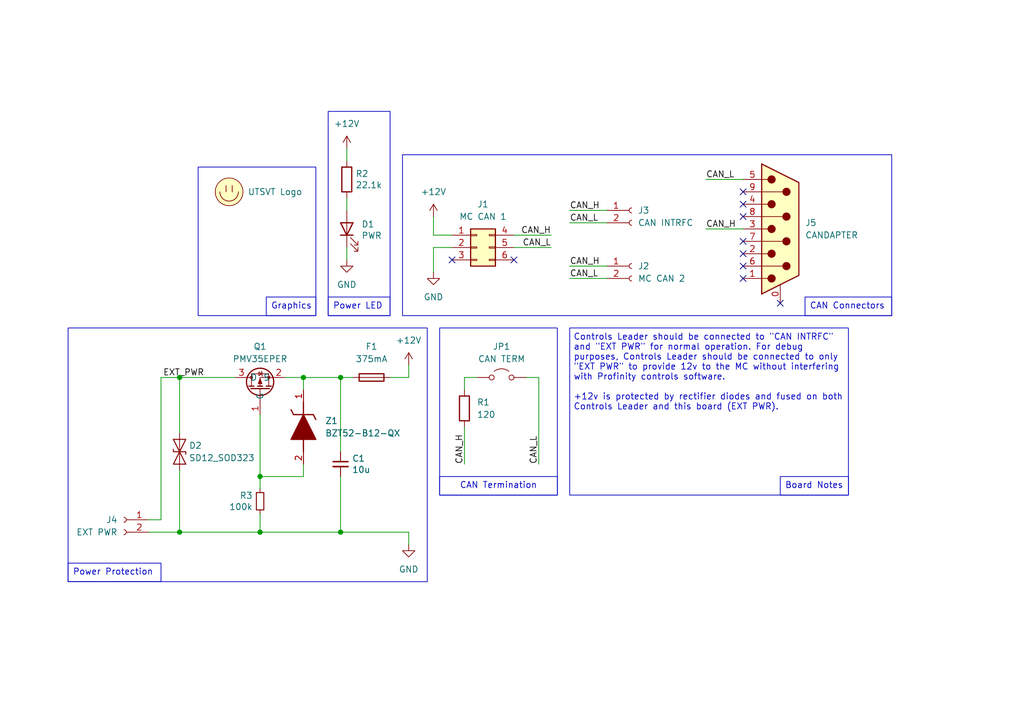
<source format=kicad_sch>
(kicad_sch (version 20231120) (generator "eeschema") (generator_version "8.0")
  (paper "A5")
  (lib_symbols
    (symbol "BZT52-B12-QX:BZT52-B12-QX" (pin_names hide)
      (property "Reference" "Z" (at 10.16 8.89 0))
      (property "Value" "BZT52-B12-QX" (at 10.16 6.35 0))
      (symbol "BZT52-B12-QX_1_1"
        (polyline (pts (xy 2.54 0) (xy 5.08 0)) (stroke (width 0.254)))
        (polyline (pts (xy 4.064 -2.54) (xy 5.08 -2.032)) (stroke (width 0.254)))
        (polyline (pts (xy 5.08 2.032) (xy 5.08 -2.032)) (stroke (width 0.254)))
        (polyline (pts (xy 5.08 2.032) (xy 6.096 2.54)) (stroke (width 0.254)))
        (polyline (pts (xy 12.7 0) (xy 10.16 0)) (stroke (width 0.254)))
        (polyline (pts (xy 5.08 0) (xy 10.16 2.54) (xy 10.16 -2.54) (xy 5.08 0)) (stroke (width 0.254)) (fill (type outline)))
        (pin passive line (at 0 0 0) (length 2.54) (name "K") (number "1"))
        (pin passive line (at 15.24 0 180) (length 2.54) (name "A") (number "2"))
      )
    )
    (symbol "Connector:Conn_01x02_Socket" (pin_names (offset 1.016) hide)
      (property "Reference" "J" (at 0 2.54 0))
      (property "Value" "Conn_01x02_Socket" (at 0 -5.08 0))
      (symbol "Conn_01x02_Socket_1_1"
        (arc (start 0 -2.032) (mid -0.5058 -2.54) (end 0 -3.048) (stroke (width 0.1524)))
        (polyline (pts (xy -1.27 -2.54) (xy -0.508 -2.54)) (stroke (width 0.1524)))
        (polyline (pts (xy -1.27 0) (xy -0.508 0)) (stroke (width 0.1524)))
        (arc (start 0 0.508) (mid -0.5058 0) (end 0 -0.508) (stroke (width 0.1524)))
        (pin passive line (at -5.08 0 0) (length 3.81) (name "Pin_1") (number "1"))
        (pin passive line (at -5.08 -2.54 0) (length 3.81) (name "Pin_2") (number "2"))
      )
    )
    (symbol "Connector:DE9_Plug_MountingHoles" (pin_names (offset 1.016) hide)
      (property "Reference" "J" (at 0 16.51 0))
      (property "Value" "DE9_Plug_MountingHoles" (at 0 14.605 0))
      (symbol "DE9_Plug_MountingHoles_0_1"
        (circle (center -1.778 -10.16) (radius 0.762) (fill (type outline)))
        (circle (center -1.778 -5.08) (radius 0.762) (fill (type outline)))
        (circle (center -1.778 0) (radius 0.762) (fill (type outline)))
        (circle (center -1.778 5.08) (radius 0.762) (fill (type outline)))
        (circle (center -1.778 10.16) (radius 0.762) (fill (type outline)))
        (polyline (pts (xy -3.81 -10.16) (xy -2.54 -10.16)))
        (polyline (pts (xy -3.81 -7.62) (xy 0.508 -7.62)))
        (polyline (pts (xy -3.81 -5.08) (xy -2.54 -5.08)))
        (polyline (pts (xy -3.81 -2.54) (xy 0.508 -2.54)))
        (polyline (pts (xy -3.81 0) (xy -2.54 0)))
        (polyline (pts (xy -3.81 2.54) (xy 0.508 2.54)))
        (polyline (pts (xy -3.81 5.08) (xy -2.54 5.08)))
        (polyline (pts (xy -3.81 7.62) (xy 0.508 7.62)))
        (polyline (pts (xy -3.81 10.16) (xy -2.54 10.16)))
        (polyline (pts (xy -3.81 -13.335) (xy -3.81 13.335) (xy 3.81 9.525) (xy 3.81 -9.525) (xy -3.81 -13.335)) (stroke (width 0.254)) (fill (type background)))
        (circle (center 1.27 -7.62) (radius 0.762) (fill (type outline)))
        (circle (center 1.27 -2.54) (radius 0.762) (fill (type outline)))
        (circle (center 1.27 2.54) (radius 0.762) (fill (type outline)))
        (circle (center 1.27 7.62) (radius 0.762) (fill (type outline)))
      )
      (symbol "DE9_Plug_MountingHoles_1_1"
        (pin passive line (at 0 -15.24 90) (length 3.81) (name "PAD") (number "0"))
        (pin passive line (at -7.62 -10.16 0) (length 3.81) (name "1") (number "1"))
        (pin passive line (at -7.62 -5.08 0) (length 3.81) (name "2") (number "2"))
        (pin passive line (at -7.62 0 0) (length 3.81) (name "3") (number "3"))
        (pin passive line (at -7.62 5.08 0) (length 3.81) (name "4") (number "4"))
        (pin passive line (at -7.62 10.16 0) (length 3.81) (name "5") (number "5"))
        (pin passive line (at -7.62 -7.62 0) (length 3.81) (name "6") (number "6"))
        (pin passive line (at -7.62 -2.54 0) (length 3.81) (name "7") (number "7"))
        (pin passive line (at -7.62 2.54 0) (length 3.81) (name "8") (number "8"))
        (pin passive line (at -7.62 7.62 0) (length 3.81) (name "9") (number "9"))
      )
    )
    (symbol "Connector_Generic:Conn_02x03_Top_Bottom" (pin_names (offset 1.016) hide)
      (property "Reference" "J" (at 1.27 5.08 0))
      (property "Value" "Conn_02x03_Top_Bottom" (at 1.27 -5.08 0))
      (symbol "Conn_02x03_Top_Bottom_1_1"
        (rectangle (start -1.27 -2.413) (end 0 -2.667) (stroke (width 0.1524)))
        (rectangle (start -1.27 0.127) (end 0 -0.127) (stroke (width 0.1524)))
        (rectangle (start -1.27 2.667) (end 0 2.413) (stroke (width 0.1524)))
        (rectangle (start -1.27 3.81) (end 3.81 -3.81) (stroke (width 0.254)) (fill (type background)))
        (rectangle (start 3.81 -2.413) (end 2.54 -2.667) (stroke (width 0.1524)))
        (rectangle (start 3.81 0.127) (end 2.54 -0.127) (stroke (width 0.1524)))
        (rectangle (start 3.81 2.667) (end 2.54 2.413) (stroke (width 0.1524)))
        (pin passive line (at -5.08 2.54 0) (length 3.81) (name "Pin_1") (number "1"))
        (pin passive line (at -5.08 0 0) (length 3.81) (name "Pin_2") (number "2"))
        (pin passive line (at -5.08 -2.54 0) (length 3.81) (name "Pin_3") (number "3"))
        (pin passive line (at 7.62 2.54 180) (length 3.81) (name "Pin_4") (number "4"))
        (pin passive line (at 7.62 0 180) (length 3.81) (name "Pin_5") (number "5"))
        (pin passive line (at 7.62 -2.54 180) (length 3.81) (name "Pin_6") (number "6"))
      )
    )
    (symbol "Device:C_Small" (pin_numbers hide) (pin_names (offset 0.254) hide)
      (property "Reference" "C" (at 0.254 1.778 0))
      (property "Value" "C_Small" (at 0.254 -2.032 0))
      (symbol "C_Small_0_1"
        (polyline (pts (xy -1.524 -0.508) (xy 1.524 -0.508)) (stroke (width 0.3302)))
        (polyline (pts (xy -1.524 0.508) (xy 1.524 0.508)) (stroke (width 0.3048)))
      )
      (symbol "C_Small_1_1"
        (pin passive line (at 0 2.54 270) (length 2.032) (name "~") (number "1"))
        (pin passive line (at 0 -2.54 90) (length 2.032) (name "~") (number "2"))
      )
    )
    (symbol "Device:Fuse" (pin_numbers hide) (pin_names (offset 0))
      (property "Reference" "F" (at 2.032 0 90))
      (property "Value" "Fuse" (at -1.905 0 90))
      (symbol "Fuse_0_1"
        (rectangle (start -0.762 -2.54) (end 0.762 2.54) (stroke (width 0.254)))
        (polyline (pts (xy 0 2.54) (xy 0 -2.54)))
      )
      (symbol "Fuse_1_1"
        (pin passive line (at 0 3.81 270) (length 1.27) (name "~") (number "1"))
        (pin passive line (at 0 -3.81 90) (length 1.27) (name "~") (number "2"))
      )
    )
    (symbol "Device:LED" (pin_numbers hide) (pin_names (offset 1.016) hide)
      (property "Reference" "D" (at 0 2.54 0))
      (property "Value" "LED" (at 0 -2.54 0))
      (symbol "LED_0_1"
        (polyline (pts (xy -1.27 -1.27) (xy -1.27 1.27)) (stroke (width 0.254)))
        (polyline (pts (xy -1.27 0) (xy 1.27 0)))
        (polyline (pts (xy 1.27 -1.27) (xy 1.27 1.27) (xy -1.27 0) (xy 1.27 -1.27)) (stroke (width 0.254)))
        (polyline (pts (xy -3.048 -0.762) (xy -4.572 -2.286) (xy -3.81 -2.286) (xy -4.572 -2.286) (xy -4.572 -1.524)))
        (polyline (pts (xy -1.778 -0.762) (xy -3.302 -2.286) (xy -2.54 -2.286) (xy -3.302 -2.286) (xy -3.302 -1.524)))
      )
      (symbol "LED_1_1"
        (pin passive line (at -3.81 0 0) (length 2.54) (name "K") (number "1"))
        (pin passive line (at 3.81 0 180) (length 2.54) (name "A") (number "2"))
      )
    )
    (symbol "Device:R" (pin_numbers hide) (pin_names (offset 0))
      (property "Reference" "R" (at 2.032 0 90))
      (property "Value" "R" (at 0 0 90))
      (symbol "R_0_1"
        (rectangle (start -1.016 -2.54) (end 1.016 2.54) (stroke (width 0.254)))
      )
      (symbol "R_1_1"
        (pin passive line (at 0 3.81 270) (length 1.27) (name "~") (number "1"))
        (pin passive line (at 0 -3.81 90) (length 1.27) (name "~") (number "2"))
      )
    )
    (symbol "Device:R_Small" (pin_numbers hide) (pin_names (offset 0.254) hide)
      (property "Reference" "R" (at 0.762 0.508 0))
      (property "Value" "R_Small" (at 0.762 -1.016 0))
      (symbol "R_Small_0_1"
        (rectangle (start -0.762 1.778) (end 0.762 -1.778) (stroke (width 0.2032)))
      )
      (symbol "R_Small_1_1"
        (pin passive line (at 0 2.54 270) (length 0.762) (name "~") (number "1"))
        (pin passive line (at 0 -2.54 90) (length 0.762) (name "~") (number "2"))
      )
    )
    (symbol "Diode:SD12_SOD323" (pin_numbers hide) (pin_names (offset 1.016) hide)
      (property "Reference" "D" (at 0 2.54 0))
      (property "Value" "SD12_SOD323" (at 0 -2.54 0))
      (symbol "SD12_SOD323_0_1"
        (polyline (pts (xy 1.27 0) (xy -1.27 0)))
        (polyline (pts (xy -2.54 -1.27) (xy 0 0) (xy -2.54 1.27) (xy -2.54 -1.27)) (stroke (width 0.2032)))
        (polyline (pts (xy 0.508 1.27) (xy 0 1.27) (xy 0 -1.27) (xy -0.508 -1.27)) (stroke (width 0.2032)))
        (polyline (pts (xy 2.54 1.27) (xy 2.54 -1.27) (xy 0 0) (xy 2.54 1.27)) (stroke (width 0.2032)))
      )
      (symbol "SD12_SOD323_1_1"
        (pin passive line (at -3.81 0 0) (length 2.54) (name "A1") (number "1"))
        (pin passive line (at 3.81 0 180) (length 2.54) (name "A2") (number "2"))
      )
    )
    (symbol "Jumper:Jumper_2_Open" (pin_numbers hide) (pin_names (offset 0) hide) (exclude_from_sim yes)
      (property "Reference" "JP" (at 0 2.794 0))
      (property "Value" "Jumper_2_Open" (at 0 -2.286 0))
      (symbol "Jumper_2_Open_0_0"
        (circle (center -2.032 0) (radius 0.508))
        (circle (center 2.032 0) (radius 0.508))
      )
      (symbol "Jumper_2_Open_0_1"
        (arc (start 1.524 1.27) (mid 0 1.778) (end -1.524 1.27))
      )
      (symbol "Jumper_2_Open_1_1"
        (pin passive line (at -5.08 0 0) (length 2.54) (name "A") (number "1"))
        (pin passive line (at 5.08 0 180) (length 2.54) (name "B") (number "2"))
      )
    )
    (symbol "power:+12V" (power) (pin_numbers hide) (pin_names (offset 0) hide)
      (property "Value" "+12V" (at 0 3.556 0))
      (symbol "+12V_0_1"
        (polyline (pts (xy -0.762 1.27) (xy 0 2.54)))
        (polyline (pts (xy 0 0) (xy 0 2.54)))
        (polyline (pts (xy 0 2.54) (xy 0.762 1.27)))
      )
      (symbol "+12V_1_1"
        (pin power_in line (at 0 0 90) (length 0) (name "~") (number "1"))
      )
    )
    (symbol "power:GND" (power) (pin_numbers hide) (pin_names (offset 0) hide)
      (property "Value" "GND" (at 0 -3.81 0))
      (symbol "GND_0_1"
        (polyline (pts (xy 0 0) (xy 0 -1.27) (xy 1.27 -1.27) (xy 0 -2.54) (xy -1.27 -1.27) (xy 0 -1.27)))
      )
      (symbol "GND_1_1"
        (pin power_in line (at 0 0 270) (length 0) (name "~") (number "1"))
      )
    )
    (symbol "utsvt-chips:PMV35EPE"
      (property "Reference" "Q" (at 4.318 0 0))
      (property "Value" "PMV35EPE" (at 10.414 -2.032 0))
      (symbol "PMV35EPE_0_1"
        (polyline (pts (xy -1.016 0) (xy -3.81 0)))
        (polyline (pts (xy -1.016 1.905) (xy -1.016 -1.905)) (stroke (width 0.254)))
        (polyline (pts (xy -0.508 -1.27) (xy -0.508 -2.286)) (stroke (width 0.254)))
        (polyline (pts (xy -0.508 0.508) (xy -0.508 -0.508)) (stroke (width 0.254)))
        (polyline (pts (xy -0.508 2.286) (xy -0.508 1.27)) (stroke (width 0.254)))
        (polyline (pts (xy 1.27 2.54) (xy 1.27 1.778)))
        (polyline (pts (xy 1.27 -2.54) (xy 1.27 0) (xy -0.508 0)))
        (polyline (pts (xy -0.508 1.778) (xy 2.032 1.778) (xy 2.032 -1.778) (xy -0.508 -1.778)))
        (polyline (pts (xy 1.016 0) (xy 0 0.381) (xy 0 -0.381) (xy 1.016 0)) (fill (type outline)))
        (polyline (pts (xy 1.524 -0.508) (xy 1.651 -0.381) (xy 2.413 -0.381) (xy 2.54 -0.254)))
        (polyline (pts (xy 2.032 -0.381) (xy 1.651 0.254) (xy 2.413 0.254) (xy 2.032 -0.381)))
        (circle (center 0.381 0) (radius 2.794) (stroke (width 0.254)))
        (circle (center 1.27 -1.778) (radius 0.254) (fill (type outline)))
        (circle (center 1.27 1.778) (radius 0.254) (fill (type outline)))
      )
      (symbol "PMV35EPE_1_1"
        (pin input line (at -6.35 0 0) (length 2.54) (name "G") (number "1"))
        (pin passive line (at 1.27 -5.08 90) (length 2.54) (name "S") (number "2"))
        (pin passive line (at 1.27 5.08 270) (length 2.54) (name "D") (number "3"))
      )
    )
    (symbol "utsvt-misc:Logo_Placeholder" (pin_names (offset 1.016))
      (property "Value" "Logo_Placeholder" (at 0 3.81 0))
      (symbol "Logo_Placeholder_0_1"
        (arc (start -1.905 0) (mid 0 -1.8967) (end 1.905 0))
        (polyline (pts (xy -0.635 1.27) (xy -0.635 0)))
        (polyline (pts (xy 0.635 1.27) (xy 0.635 0)))
        (circle (center 0 0) (radius 2.8448) (fill (type background)))
      )
    )
  )
  (junction (at 53.34 97.79))
  (junction (at 36.83 109.22))
  (junction (at 69.85 77.47))
  (junction (at 36.83 77.47))
  (junction (at 53.34 109.22))
  (junction (at 69.85 109.22))
  (junction (at 62.23 77.47))
  (no_connect (at 152.4 41.91))
  (no_connect (at 152.4 39.37))
  (no_connect (at 92.71 53.34))
  (no_connect (at 152.4 44.45))
  (no_connect (at 152.4 49.53))
  (no_connect (at 152.4 54.61))
  (no_connect (at 105.41 53.34))
  (no_connect (at 160.02 62.23))
  (no_connect (at 152.4 52.07))
  (no_connect (at 152.4 57.15))
  (wire (pts (xy 83.82 109.22) (xy 83.82 111.76)))
  (wire (pts (xy 36.83 77.47) (xy 48.26 77.47)))
  (wire (pts (xy 53.34 109.22) (xy 69.85 109.22)))
  (wire (pts (xy 116.84 43.18) (xy 124.46 43.18)))
  (wire (pts (xy 62.23 97.79) (xy 53.34 97.79)))
  (wire (pts (xy 92.71 48.26) (xy 88.9 48.26)))
  (wire (pts (xy 62.23 77.47) (xy 62.23 80.01)))
  (wire (pts (xy 105.41 48.26) (xy 113.03 48.26)))
  (wire (pts (xy 110.49 77.47) (xy 107.95 77.47)))
  (wire (pts (xy 33.02 77.47) (xy 33.02 106.68)))
  (wire (pts (xy 71.12 30.48) (xy 71.12 33.02)))
  (wire (pts (xy 69.85 97.79) (xy 69.85 109.22)))
  (wire (pts (xy 30.48 109.22) (xy 36.83 109.22)))
  (wire (pts (xy 53.34 85.09) (xy 53.34 97.79)))
  (wire (pts (xy 92.71 50.8) (xy 88.9 50.8)))
  (wire (pts (xy 53.34 97.79) (xy 53.34 100.33)))
  (wire (pts (xy 36.83 96.52) (xy 36.83 109.22)))
  (wire (pts (xy 69.85 77.47) (xy 69.85 92.71)))
  (wire (pts (xy 95.25 80.01) (xy 95.25 77.47)))
  (wire (pts (xy 53.34 105.41) (xy 53.34 109.22)))
  (wire (pts (xy 144.78 36.83) (xy 152.4 36.83)))
  (wire (pts (xy 83.82 77.47) (xy 83.82 74.93)))
  (wire (pts (xy 33.02 77.47) (xy 36.83 77.47)))
  (wire (pts (xy 80.01 77.47) (xy 83.82 77.47)))
  (wire (pts (xy 95.25 77.47) (xy 97.79 77.47)))
  (wire (pts (xy 110.49 95.25) (xy 110.49 77.47)))
  (wire (pts (xy 95.25 87.63) (xy 95.25 95.25)))
  (wire (pts (xy 88.9 48.26) (xy 88.9 44.45)))
  (wire (pts (xy 144.78 46.99) (xy 152.4 46.99)))
  (wire (pts (xy 58.42 77.47) (xy 62.23 77.47)))
  (wire (pts (xy 36.83 109.22) (xy 53.34 109.22)))
  (wire (pts (xy 62.23 77.47) (xy 69.85 77.47)))
  (wire (pts (xy 116.84 57.15) (xy 124.46 57.15)))
  (wire (pts (xy 62.23 95.25) (xy 62.23 97.79)))
  (wire (pts (xy 69.85 77.47) (xy 72.39 77.47)))
  (wire (pts (xy 71.12 50.8) (xy 71.12 53.34)))
  (wire (pts (xy 33.02 106.68) (xy 30.48 106.68)))
  (wire (pts (xy 105.41 50.8) (xy 113.03 50.8)))
  (wire (pts (xy 116.84 54.61) (xy 124.46 54.61)))
  (wire (pts (xy 71.12 40.64) (xy 71.12 43.18)))
  (wire (pts (xy 116.84 45.72) (xy 124.46 45.72)))
  (wire (pts (xy 88.9 50.8) (xy 88.9 55.88)))
  (wire (pts (xy 36.83 77.47) (xy 36.83 88.9)))
  (wire (pts (xy 69.85 109.22) (xy 83.82 109.22)))
  (rectangle (start 67.31 22.86) (end 80.01 64.77))
  (rectangle (start 13.97 67.31) (end 87.63 119.38))
  (rectangle (start 90.17 67.31) (end 114.3 101.6))
  (rectangle (start 40.64 34.29) (end 64.77 64.77))
  (rectangle (start 82.55 31.75) (end 182.88 64.77))
  (rectangle (start 116.84 67.31) (end 173.99 101.6))
  (text_box "Power LED" (at 67.31 60.96 0) (size 12.7 3.81) (effects (font (size 1.27 1.27)) (justify left top)))
  (text_box "Graphics" (at 54.61 60.96 0) (size 10.16 3.81) (effects (font (size 1.27 1.27)) (justify left top)))
  (text_box "Board Notes" (at 160.02 97.79 0) (size 13.97 3.81) (effects (font (size 1.27 1.27)) (justify left top)))
  (text_box "CAN Connectors" (at 165.1 60.96 0) (size 17.78 3.81) (effects (font (size 1.27 1.27)) (justify left top)))
  (text_box "CAN Termination" (at 90.17 97.79 0) (size 24.13 3.81) (effects (font (size 1.27 1.27)) (justify top)))
  (text_box "Power Protection" (at 13.97 115.57 0) (size 19.05 3.81) (effects (font (size 1.27 1.27)) (justify left top)))
  (text "Controls Leader should be connected to \"CAN INTRFC\"\nand \"EXT PWR\" for normal operation. For debug\npurposes, Controls Leader should be connected to only\n\"EXT PWR\" to provide 12v to the MC without interfering\nwith Profinity controls software.\n\n+12v is protected by rectifier diodes and fused on both\nControls Leader and this board (EXT PWR)." (at 117.602 76.454 0) (effects (font (size 1.27 1.27)) (justify left)))
  (label "CAN_L" (at 110.49 95.25 90))
  (label "EXT_PWR" (at 41.91 77.47 180))
  (label "CAN_H" (at 116.84 43.18 0))
  (label "CAN_L" (at 116.84 57.15 0))
  (label "CAN_H" (at 144.78 46.99 0))
  (label "CAN_H" (at 116.84 54.61 0))
  (label "CAN_H" (at 95.25 95.25 90))
  (label "CAN_L" (at 144.78 36.83 0))
  (label "CAN_L" (at 113.03 50.8 180))
  (label "CAN_L" (at 116.84 45.72 0))
  (label "CAN_H" (at 113.03 48.26 180))
  (symbol (lib_id "Connector_Generic:Conn_02x03_Top_Bottom") (at 97.79 50.8 0) (unit 1)
    (property "Reference" "J1" (at 99.06 41.91 0))
    (property "Value" "MC CAN 1" (at 99.06 44.45 0))
    (property "Footprint" "Connector_Molex:Molex_Micro-Fit_3.0_43045-0612_2x03_P3.00mm_Vertical" (effects (hide yes)))
    (property "Description" "Generic connector, double row, 02x03, top/bottom pin numbering scheme (row 1: 1...pins_per_row, row2: pins_per_row+1 ... num_pins), script generated (kicad-library-utils/schlib/autogen/connector/)" (effects (hide yes)))
    (property "P/N" "430450612" (effects (hide yes)))
  )
  (symbol (lib_id "Device:R") (at 71.12 36.83 0) (unit 1)
    (property "Reference" "R2" (at 72.898 35.6616 0) (effects (justify left)))
    (property "Value" "22.1k" (at 72.898 37.973 0) (effects (justify left)))
    (property "Footprint" "Resistor_SMD:R_0805_2012Metric" (effects (hide yes)))
    (property "Datasheet" "https://www.mouser.com/ProductDetail/71-CRCW0805-22.1K-E3" (effects (hide yes)))
    (property "Description" "Resistor" (effects (hide yes)))
    (property "P/N" "CRCW080522K1FKEA" (effects (hide yes)))
    (property "Mouser Part Number" "71-CRCW0805-22.1K-E3" (effects (hide yes)))
    (property "Inventory" "Y" (effects (hide yes)))
    (property "Mouser Price/Stock" "https://www.mouser.com/ProductDetail/Vishay-Dale/CRCW080522K1FKEA?qs=fIsz7OpyEY%2F1GKOToH8JbQ%3D%3D" (effects (hide yes)))
  )
  (symbol (lib_id "power:+12V") (at 71.12 30.48 0) (unit 1)
    (property "Reference" "#PWR02" (effects (hide yes)))
    (property "Value" "+12V" (at 71.12 25.4 0))
    (property "Description" "Power symbol creates a global label with name \"+12V\"" (effects (hide yes)))
  )
  (symbol (lib_id "power:+12V") (at 88.9 44.45 0) (unit 1)
    (property "Reference" "#PWR01" (effects (hide yes)))
    (property "Value" "+12V" (at 88.9 39.37 0))
    (property "Description" "Power symbol creates a global label with name \"+12V\"" (effects (hide yes)))
  )
  (symbol (lib_id "Device:LED") (at 71.12 46.99 90) (unit 1)
    (property "Reference" "D1" (at 74.1172 46.0248 90) (effects (justify right)))
    (property "Value" "PWR" (at 74.1172 48.3362 90) (effects (justify right)))
    (property "Footprint" "LED_SMD:LED_0805_2012Metric" (effects (hide yes)))
    (property "Description" "Light emitting diode" (effects (hide yes)))
    (property "Color" "Green" (effects (hide yes)))
    (property "P/N" "APTD2012LCGCK" (effects (hide yes)))
    (property "Vf" "1.9V" (effects (hide yes)))
    (property "If" "2mA" (effects (hide yes)))
    (property "Mouser Part Number" "604-APTD2012LCGCK" (effects (hide yes)))
    (property "Inventory" "Y" (effects (hide yes)))
    (property "Mouser Price/Stock" "https://www.mouser.com/ProductDetail/Kingbright/APTD2012LCGCK?qs=AQlKX63v8RvNHN%2F9EGvNTg%3D%3D" (effects (hide yes)))
  )
  (symbol (lib_id "Connector:Conn_01x02_Socket") (at 25.4 106.68 0) (mirror y) (unit 1)
    (property "Reference" "J4" (at 24.13 106.6799 0) (effects (justify left)))
    (property "Value" "EXT PWR" (at 24.13 109.2199 0) (effects (justify left)))
    (property "Footprint" "Connector_Molex:Molex_Micro-Fit_3.0_43650-0215_1x02_P3.00mm_Vertical" (effects (hide yes)))
    (property "Description" "Generic connector, single row, 01x02, script generated" (effects (hide yes)))
    (property "P/N" "0436500215" (effects (hide yes)))
  )
  (symbol (lib_id "Connector:DE9_Plug_MountingHoles") (at 160.02 46.99 0) (unit 1)
    (property "Reference" "J5" (at 165.1 45.7199 0) (effects (justify left)))
    (property "Value" "CANDAPTER" (at 165.1 48.2599 0) (effects (justify left)))
    (property "Footprint" "DB-9 Connector:AMPHENOL_L77SDE09SA4CH3R" (effects (hide yes)))
    (property "Description" "9-pin male plug pin D-SUB connector, Mounting Hole" (effects (hide yes)))
  )
  (symbol (lib_id "Device:R_Small") (at 53.34 102.87 0) (mirror x) (unit 1)
    (property "Reference" "R3" (at 51.8414 101.7016 0) (effects (justify right)))
    (property "Value" "100k" (at 51.8414 104.013 0) (effects (justify right)))
    (property "Footprint" "Resistor_SMD:R_0805_2012Metric_Pad1.20x1.40mm_HandSolder" (effects (hide yes)))
    (property "Datasheet" "https://www.mouser.com/datasheet/2/210/Kamaya_RMC_automotive_series_8_2022__1_-3032429.pdf" (effects (hide yes)))
    (property "P/N" "CRCW0805100KFKEAC" (effects (hide yes)))
  )
  (symbol (lib_id "power:+12V") (at 83.82 74.93 0) (mirror y) (unit 1)
    (property "Reference" "#PWR05" (effects (hide yes)))
    (property "Value" "+12V" (at 83.82 69.85 0))
    (property "Description" "Power symbol creates a global label with name \"+12V\"" (effects (hide yes)))
  )
  (symbol (lib_id "power:GND") (at 88.9 55.88 0) (unit 1)
    (property "Reference" "#PWR04" (effects (hide yes)))
    (property "Value" "GND" (at 88.9 60.96 0))
    (property "Description" "Power symbol creates a global label with name \"GND\" , ground" (effects (hide yes)))
  )
  (symbol (lib_id "Device:Fuse") (at 76.2 77.47 90) (unit 1)
    (property "Reference" "F1" (at 76.2 71.12 90))
    (property "Value" "375mA" (at 76.2 73.66 90))
    (property "Footprint" "Fuse:Fuse_1206_3216Metric" (effects (hide yes)))
    (property "Datasheet" "https://www.littelfuse.com/~/media/electronics/datasheets/fuses/littelfuse_fuse_437_datasheet.pdf.pdf" (effects (hide yes)))
    (property "Description" "Fuse" (effects (hide yes)))
    (property "Mouser Part Number" "576-0440.375WR" (effects (hide yes)))
    (property "P/N" "576-0440.375WR " (effects (hide yes)))
  )
  (symbol (lib_id "Diode:SD12_SOD323") (at 36.83 92.71 90) (unit 1)
    (property "Reference" "D2" (at 38.735 91.44 90) (effects (justify right)))
    (property "Value" "SD12_SOD323" (at 38.735 93.98 90) (effects (justify right)))
    (property "Footprint" "Diode_SMD:D_SOD-323" (effects (hide yes)))
    (property "Datasheet" "https://www.mouser.com/ProductDetail/Semtech/SD12C.TCT?qs=rBWM4%252BvDhIcn8cYIj7pElQ%3D%3D" (effects (hide yes)))
    (property "P/N" "SD12C.TCT" (effects (hide yes)))
  )
  (symbol (lib_id "utsvt-chips:PMV35EPE") (at 53.34 78.74 90) (unit 1)
    (property "Reference" "Q1" (at 53.34 71.12 90))
    (property "Value" "PMV35EPER" (at 53.34 73.66 90))
    (property "Footprint" "Package_TO_SOT_SMD:SOT-23" (effects (hide yes)))
    (property "Datasheet" "https://www.mouser.com/datasheet/2/916/PMV35EPE-1539905.pdf" (effects (hide yes)))
    (property "Description" "30 V, P-channel Trench MOSFET" (effects (hide yes)))
  )
  (symbol (lib_id "Device:C_Small") (at 69.85 95.25 0) (unit 1)
    (property "Reference" "C1" (at 72.1868 94.0816 0) (effects (justify left)))
    (property "Value" "10u" (at 72.1868 96.393 0) (effects (justify left)))
    (property "Footprint" "Capacitor_SMD:C_0805_2012Metric" (effects (hide yes)))
    (property "Datasheet" "https://connect.kemet.com:7667/gateway/IntelliData-ComponentDocumentation/1.0/download/specsheet/C0805C105K3PACTU" (effects (hide yes)))
    (property "P/N" "C0805C105K3PACTU" (effects (hide yes)))
  )
  (symbol (lib_id "Connector:Conn_01x02_Socket") (at 129.54 54.61 0) (unit 1)
    (property "Reference" "J2" (at 130.81 54.6099 0) (effects (justify left)))
    (property "Value" "MC CAN 2" (at 130.81 57.1499 0) (effects (justify left)))
    (property "Footprint" "Connector_Molex:Molex_Micro-Fit_3.0_43650-0215_1x02_P3.00mm_Vertical" (effects (hide yes)))
    (property "Description" "Generic connector, single row, 01x02, script generated" (effects (hide yes)))
    (property "P/N" "0436500215" (effects (hide yes)))
  )
  (symbol (lib_id "BZT52-B12-QX:BZT52-B12-QX") (at 62.23 80.01 270) (unit 1)
    (property "Reference" "Z1" (at 66.675 86.3599 90) (effects (justify left)))
    (property "Value" "BZT52-B12-QX" (at 66.675 88.8999 90) (effects (justify left)))
    (property "Footprint" "Zener:BZT52B12QX" (effects (hide yes)))
    (property "Datasheet" "https://assets.nexperia.com/documents/data-sheet/BZT52-B-Q_SER.pdf" (effects (hide yes)))
    (property "Description" "plastic surface-mounted package; 2 leads .SOD123,VF:0.9v,IF = 10 mA," (effects (hide yes)))
    (property "Height" "1.3" (effects (hide yes)))
    (property "Mouser Part Number" "771-BZT52-B12-QX" (effects (hide yes)))
    (property "Mouser Price/Stock" "https://www.mouser.co.uk/ProductDetail/Nexperia/BZT52-B12-QX?qs=rQFj71Wb1eVMbK8ZYprizw%3D%3D" (effects (hide yes)))
    (property "Manufacturer_Name" "Nexperia" (effects (hide yes)))
    (property "Manufacturer_Part_Number" "BZT52-B12-QX" (effects (hide yes)))
  )
  (symbol (lib_id "Jumper:Jumper_2_Open") (at 102.87 77.47 0) (unit 1) (exclude_from_sim yes)
    (property "Reference" "JP1" (at 102.87 71.12 0))
    (property "Value" "CAN TERM" (at 102.87 73.66 0))
    (property "Footprint" "Connector_PinHeader_2.54mm:PinHeader_1x02_P2.54mm_Vertical" (effects (hide yes)))
    (property "Description" "Jumper, 2-pole, open" (effects (hide yes)))
  )
  (symbol (lib_id "Connector:Conn_01x02_Socket") (at 129.54 43.18 0) (unit 1)
    (property "Reference" "J3" (at 130.81 43.1799 0) (effects (justify left)))
    (property "Value" "CAN INTRFC" (at 130.81 45.7199 0) (effects (justify left)))
    (property "Footprint" "Connector_Molex:Molex_Micro-Fit_3.0_43650-0215_1x02_P3.00mm_Vertical" (effects (hide yes)))
    (property "Description" "Generic connector, single row, 01x02, script generated" (effects (hide yes)))
    (property "P/N" "0436500215" (effects (hide yes)))
  )
  (symbol (lib_id "utsvt-misc:Logo_Placeholder") (at 46.99 39.37 0) (unit 1)
    (property "Reference" "LOGO1" (effects (hide yes)))
    (property "Value" "UTSVT Logo" (at 50.8 39.3699 0) (effects (justify left)))
    (property "Footprint" "UTSVT_Special:UTSVT_Logo_Symbol" (effects (hide yes)))
    (property "Description" "Graph footprint placeholder" (effects (hide yes)))
  )
  (symbol (lib_id "power:GND") (at 83.82 111.76 0) (mirror y) (unit 1)
    (property "Reference" "#PWR08" (effects (hide yes)))
    (property "Value" "GND" (at 83.82 116.84 0))
    (property "Description" "Power symbol creates a global label with name \"GND\" , ground" (effects (hide yes)))
  )
  (symbol (lib_id "power:GND") (at 71.12 53.34 0) (unit 1)
    (property "Reference" "#PWR03" (effects (hide yes)))
    (property "Value" "GND" (at 71.12 58.42 0))
    (property "Description" "Power symbol creates a global label with name \"GND\" , ground" (effects (hide yes)))
  )
  (symbol (lib_id "Device:R") (at 95.25 83.82 0) (unit 1)
    (property "Reference" "R1" (at 97.79 82.5499 0) (effects (justify left)))
    (property "Value" "120" (at 97.79 85.0899 0) (effects (justify left)))
    (property "Footprint" "Resistor_SMD:R_0805_2012Metric" (effects (hide yes)))
    (property "Datasheet" "https://www.mouser.com/ProductDetail/71-CRCW0805120RFKEA" (effects (hide yes)))
    (property "Description" "Resistor" (effects (hide yes)))
    (property "P/N" "CRCW0805120RFKEA" (effects (hide yes)))
  )
)
</source>
